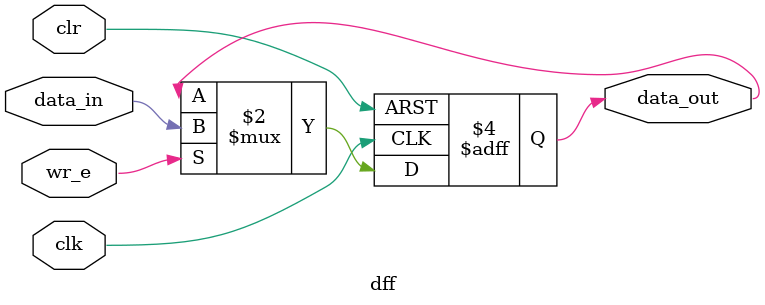
<source format=v>
`timescale 1ns / 1ps
module dff(
    input data_in,
    output reg data_out,
    input wr_e,
    input clr,
    input clk
    );

always @(posedge clk, posedge clr)
begin
	if(clr)
		data_out <= 1'b0;
	else if(wr_e)
		data_out <= data_in;
end

endmodule


</source>
